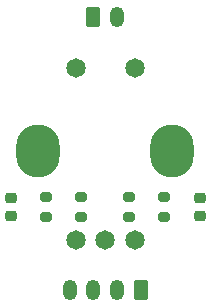
<source format=gbr>
%TF.GenerationSoftware,KiCad,Pcbnew,6.0.0-rc2-1.20211220git160328a.fc35*%
%TF.CreationDate,2022-01-05T17:26:23+00:00*%
%TF.ProjectId,RotaryEncoder,526f7461-7279-4456-9e63-6f6465722e6b,rev?*%
%TF.SameCoordinates,Original*%
%TF.FileFunction,Soldermask,Top*%
%TF.FilePolarity,Negative*%
%FSLAX46Y46*%
G04 Gerber Fmt 4.6, Leading zero omitted, Abs format (unit mm)*
G04 Created by KiCad (PCBNEW 6.0.0-rc2-1.20211220git160328a.fc35) date 2022-01-05 17:26:23*
%MOMM*%
%LPD*%
G01*
G04 APERTURE LIST*
G04 Aperture macros list*
%AMRoundRect*
0 Rectangle with rounded corners*
0 $1 Rounding radius*
0 $2 $3 $4 $5 $6 $7 $8 $9 X,Y pos of 4 corners*
0 Add a 4 corners polygon primitive as box body*
4,1,4,$2,$3,$4,$5,$6,$7,$8,$9,$2,$3,0*
0 Add four circle primitives for the rounded corners*
1,1,$1+$1,$2,$3*
1,1,$1+$1,$4,$5*
1,1,$1+$1,$6,$7*
1,1,$1+$1,$8,$9*
0 Add four rect primitives between the rounded corners*
20,1,$1+$1,$2,$3,$4,$5,0*
20,1,$1+$1,$4,$5,$6,$7,0*
20,1,$1+$1,$6,$7,$8,$9,0*
20,1,$1+$1,$8,$9,$2,$3,0*%
G04 Aperture macros list end*
%ADD10RoundRect,0.250000X0.350000X0.625000X-0.350000X0.625000X-0.350000X-0.625000X0.350000X-0.625000X0*%
%ADD11O,1.200000X1.750000*%
%ADD12RoundRect,0.200000X0.275000X-0.200000X0.275000X0.200000X-0.275000X0.200000X-0.275000X-0.200000X0*%
%ADD13RoundRect,0.225000X0.250000X-0.225000X0.250000X0.225000X-0.250000X0.225000X-0.250000X-0.225000X0*%
%ADD14RoundRect,0.250000X-0.350000X-0.625000X0.350000X-0.625000X0.350000X0.625000X-0.350000X0.625000X0*%
%ADD15C,1.650000*%
%ADD16O,3.700000X4.500000*%
G04 APERTURE END LIST*
D10*
%TO.C,J1*%
X137000000Y-126550000D03*
D11*
X135000000Y-126550000D03*
X133000000Y-126550000D03*
X131000000Y-126550000D03*
%TD*%
D12*
%TO.C,R2*%
X139000000Y-120325000D03*
X139000000Y-118675000D03*
%TD*%
D13*
%TO.C,C2*%
X126000000Y-118725000D03*
X126000000Y-120275000D03*
%TD*%
D12*
%TO.C,R1*%
X136000000Y-120325000D03*
X136000000Y-118675000D03*
%TD*%
%TO.C,R4*%
X129000000Y-120325000D03*
X129000000Y-118675000D03*
%TD*%
%TO.C,R3*%
X132000000Y-120325000D03*
X132000000Y-118675000D03*
%TD*%
D14*
%TO.C,J2*%
X133000000Y-103450000D03*
D11*
X135000000Y-103450000D03*
%TD*%
D13*
%TO.C,C1*%
X142000000Y-120275000D03*
X142000000Y-118725000D03*
%TD*%
D15*
%TO.C,REF1*%
X136500000Y-107750000D03*
X131500000Y-107750000D03*
X136500000Y-122250000D03*
X131500000Y-122250000D03*
X134000000Y-122250000D03*
D16*
X139700000Y-114750000D03*
X128300000Y-114750000D03*
%TD*%
M02*

</source>
